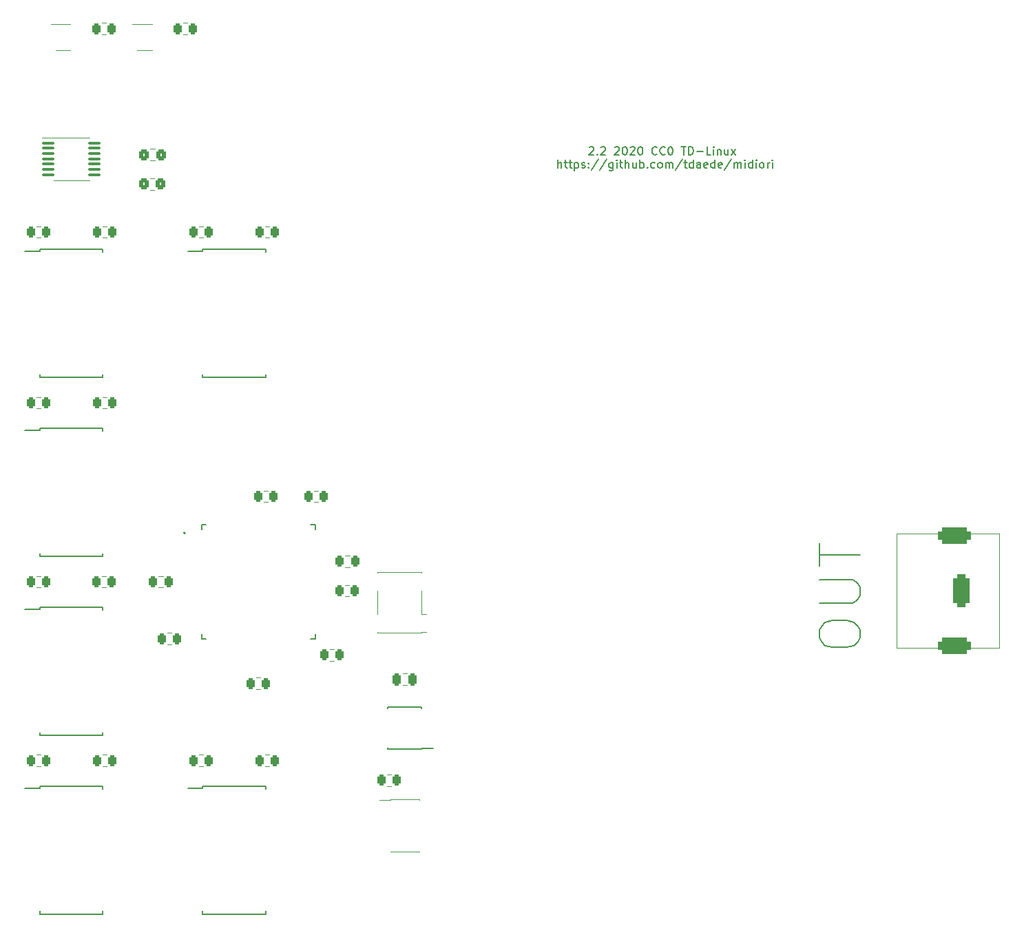
<source format=gbr>
%TF.GenerationSoftware,KiCad,Pcbnew,(6.0.4-0)*%
%TF.CreationDate,2022-10-03T08:54:47-06:00*%
%TF.ProjectId,midiori,6d696469-6f72-4692-9e6b-696361645f70,rev?*%
%TF.SameCoordinates,Original*%
%TF.FileFunction,Legend,Top*%
%TF.FilePolarity,Positive*%
%FSLAX46Y46*%
G04 Gerber Fmt 4.6, Leading zero omitted, Abs format (unit mm)*
G04 Created by KiCad (PCBNEW (6.0.4-0)) date 2022-10-03 08:54:47*
%MOMM*%
%LPD*%
G01*
G04 APERTURE LIST*
G04 Aperture macros list*
%AMRoundRect*
0 Rectangle with rounded corners*
0 $1 Rounding radius*
0 $2 $3 $4 $5 $6 $7 $8 $9 X,Y pos of 4 corners*
0 Add a 4 corners polygon primitive as box body*
4,1,4,$2,$3,$4,$5,$6,$7,$8,$9,$2,$3,0*
0 Add four circle primitives for the rounded corners*
1,1,$1+$1,$2,$3*
1,1,$1+$1,$4,$5*
1,1,$1+$1,$6,$7*
1,1,$1+$1,$8,$9*
0 Add four rect primitives between the rounded corners*
20,1,$1+$1,$2,$3,$4,$5,0*
20,1,$1+$1,$4,$5,$6,$7,0*
20,1,$1+$1,$6,$7,$8,$9,0*
20,1,$1+$1,$8,$9,$2,$3,0*%
G04 Aperture macros list end*
%ADD10C,0.150000*%
%ADD11C,0.120000*%
%ADD12C,0.127000*%
%ADD13C,0.200000*%
%ADD14C,0.100000*%
%ADD15R,2.000000X1.800000*%
%ADD16RoundRect,0.250000X-0.325000X-0.450000X0.325000X-0.450000X0.325000X0.450000X-0.325000X0.450000X0*%
%ADD17RoundRect,0.250000X0.325000X0.450000X-0.325000X0.450000X-0.325000X-0.450000X0.325000X-0.450000X0*%
%ADD18R,8.000000X1.800000*%
%ADD19RoundRect,0.250000X-0.250000X-0.475000X0.250000X-0.475000X0.250000X0.475000X-0.250000X0.475000X0*%
%ADD20R,2.000000X0.600000*%
%ADD21R,1.470000X0.280000*%
%ADD22R,0.280000X1.470000*%
%ADD23RoundRect,0.100000X-0.637500X-0.100000X0.637500X-0.100000X0.637500X0.100000X-0.637500X0.100000X0*%
%ADD24R,1.550000X0.600000*%
%ADD25R,1.060000X0.650000*%
%ADD26RoundRect,0.243750X-0.243750X-0.456250X0.243750X-0.456250X0.243750X0.456250X-0.243750X0.456250X0*%
%ADD27R,2.400000X0.740000*%
%ADD28RoundRect,0.243750X0.243750X0.456250X-0.243750X0.456250X-0.243750X-0.456250X0.243750X-0.456250X0*%
%ADD29C,6.400000*%
%ADD30RoundRect,0.500000X-0.500000X1.500000X-0.500000X-1.500000X0.500000X-1.500000X0.500000X1.500000X0*%
%ADD31RoundRect,0.500000X-1.500000X0.500000X-1.500000X-0.500000X1.500000X-0.500000X1.500000X0.500000X0*%
%ADD32C,1.500000*%
G04 APERTURE END LIST*
D10*
X162961904Y-128900000D02*
X162961904Y-127947619D01*
X163200000Y-127471428D01*
X163676190Y-126995238D01*
X164628571Y-126757142D01*
X166295238Y-126757142D01*
X167247619Y-126995238D01*
X167723809Y-127471428D01*
X167961904Y-127947619D01*
X167961904Y-128900000D01*
X167723809Y-129376190D01*
X167247619Y-129852380D01*
X166295238Y-130090476D01*
X164628571Y-130090476D01*
X163676190Y-129852380D01*
X163200000Y-129376190D01*
X162961904Y-128900000D01*
X162961904Y-124614285D02*
X167009523Y-124614285D01*
X167485714Y-124376190D01*
X167723809Y-124138095D01*
X167961904Y-123661904D01*
X167961904Y-122709523D01*
X167723809Y-122233333D01*
X167485714Y-121995238D01*
X167009523Y-121757142D01*
X162961904Y-121757142D01*
X162961904Y-120090476D02*
X162961904Y-117233333D01*
X167961904Y-118661904D02*
X162961904Y-118661904D01*
X134660857Y-68592619D02*
X134708476Y-68545000D01*
X134803714Y-68497380D01*
X135041809Y-68497380D01*
X135137047Y-68545000D01*
X135184666Y-68592619D01*
X135232285Y-68687857D01*
X135232285Y-68783095D01*
X135184666Y-68925952D01*
X134613238Y-69497380D01*
X135232285Y-69497380D01*
X135660857Y-69402142D02*
X135708476Y-69449761D01*
X135660857Y-69497380D01*
X135613238Y-69449761D01*
X135660857Y-69402142D01*
X135660857Y-69497380D01*
X136089428Y-68592619D02*
X136137047Y-68545000D01*
X136232285Y-68497380D01*
X136470380Y-68497380D01*
X136565619Y-68545000D01*
X136613238Y-68592619D01*
X136660857Y-68687857D01*
X136660857Y-68783095D01*
X136613238Y-68925952D01*
X136041809Y-69497380D01*
X136660857Y-69497380D01*
X137803714Y-68592619D02*
X137851333Y-68545000D01*
X137946571Y-68497380D01*
X138184666Y-68497380D01*
X138279904Y-68545000D01*
X138327523Y-68592619D01*
X138375142Y-68687857D01*
X138375142Y-68783095D01*
X138327523Y-68925952D01*
X137756095Y-69497380D01*
X138375142Y-69497380D01*
X138994190Y-68497380D02*
X139089428Y-68497380D01*
X139184666Y-68545000D01*
X139232285Y-68592619D01*
X139279904Y-68687857D01*
X139327523Y-68878333D01*
X139327523Y-69116428D01*
X139279904Y-69306904D01*
X139232285Y-69402142D01*
X139184666Y-69449761D01*
X139089428Y-69497380D01*
X138994190Y-69497380D01*
X138898952Y-69449761D01*
X138851333Y-69402142D01*
X138803714Y-69306904D01*
X138756095Y-69116428D01*
X138756095Y-68878333D01*
X138803714Y-68687857D01*
X138851333Y-68592619D01*
X138898952Y-68545000D01*
X138994190Y-68497380D01*
X139708476Y-68592619D02*
X139756095Y-68545000D01*
X139851333Y-68497380D01*
X140089428Y-68497380D01*
X140184666Y-68545000D01*
X140232285Y-68592619D01*
X140279904Y-68687857D01*
X140279904Y-68783095D01*
X140232285Y-68925952D01*
X139660857Y-69497380D01*
X140279904Y-69497380D01*
X140898952Y-68497380D02*
X140994190Y-68497380D01*
X141089428Y-68545000D01*
X141137047Y-68592619D01*
X141184666Y-68687857D01*
X141232285Y-68878333D01*
X141232285Y-69116428D01*
X141184666Y-69306904D01*
X141137047Y-69402142D01*
X141089428Y-69449761D01*
X140994190Y-69497380D01*
X140898952Y-69497380D01*
X140803714Y-69449761D01*
X140756095Y-69402142D01*
X140708476Y-69306904D01*
X140660857Y-69116428D01*
X140660857Y-68878333D01*
X140708476Y-68687857D01*
X140756095Y-68592619D01*
X140803714Y-68545000D01*
X140898952Y-68497380D01*
X142994190Y-69402142D02*
X142946571Y-69449761D01*
X142803714Y-69497380D01*
X142708476Y-69497380D01*
X142565619Y-69449761D01*
X142470380Y-69354523D01*
X142422761Y-69259285D01*
X142375142Y-69068809D01*
X142375142Y-68925952D01*
X142422761Y-68735476D01*
X142470380Y-68640238D01*
X142565619Y-68545000D01*
X142708476Y-68497380D01*
X142803714Y-68497380D01*
X142946571Y-68545000D01*
X142994190Y-68592619D01*
X143994190Y-69402142D02*
X143946571Y-69449761D01*
X143803714Y-69497380D01*
X143708476Y-69497380D01*
X143565619Y-69449761D01*
X143470380Y-69354523D01*
X143422761Y-69259285D01*
X143375142Y-69068809D01*
X143375142Y-68925952D01*
X143422761Y-68735476D01*
X143470380Y-68640238D01*
X143565619Y-68545000D01*
X143708476Y-68497380D01*
X143803714Y-68497380D01*
X143946571Y-68545000D01*
X143994190Y-68592619D01*
X144613238Y-68497380D02*
X144708476Y-68497380D01*
X144803714Y-68545000D01*
X144851333Y-68592619D01*
X144898952Y-68687857D01*
X144946571Y-68878333D01*
X144946571Y-69116428D01*
X144898952Y-69306904D01*
X144851333Y-69402142D01*
X144803714Y-69449761D01*
X144708476Y-69497380D01*
X144613238Y-69497380D01*
X144518000Y-69449761D01*
X144470380Y-69402142D01*
X144422761Y-69306904D01*
X144375142Y-69116428D01*
X144375142Y-68878333D01*
X144422761Y-68687857D01*
X144470380Y-68592619D01*
X144518000Y-68545000D01*
X144613238Y-68497380D01*
X145994190Y-68497380D02*
X146565619Y-68497380D01*
X146279904Y-69497380D02*
X146279904Y-68497380D01*
X146898952Y-69497380D02*
X146898952Y-68497380D01*
X147137047Y-68497380D01*
X147279904Y-68545000D01*
X147375142Y-68640238D01*
X147422761Y-68735476D01*
X147470380Y-68925952D01*
X147470380Y-69068809D01*
X147422761Y-69259285D01*
X147375142Y-69354523D01*
X147279904Y-69449761D01*
X147137047Y-69497380D01*
X146898952Y-69497380D01*
X147898952Y-69116428D02*
X148660857Y-69116428D01*
X149613238Y-69497380D02*
X149137047Y-69497380D01*
X149137047Y-68497380D01*
X149946571Y-69497380D02*
X149946571Y-68830714D01*
X149946571Y-68497380D02*
X149898952Y-68545000D01*
X149946571Y-68592619D01*
X149994190Y-68545000D01*
X149946571Y-68497380D01*
X149946571Y-68592619D01*
X150422761Y-68830714D02*
X150422761Y-69497380D01*
X150422761Y-68925952D02*
X150470380Y-68878333D01*
X150565619Y-68830714D01*
X150708476Y-68830714D01*
X150803714Y-68878333D01*
X150851333Y-68973571D01*
X150851333Y-69497380D01*
X151756095Y-68830714D02*
X151756095Y-69497380D01*
X151327523Y-68830714D02*
X151327523Y-69354523D01*
X151375142Y-69449761D01*
X151470380Y-69497380D01*
X151613238Y-69497380D01*
X151708476Y-69449761D01*
X151756095Y-69402142D01*
X152137047Y-69497380D02*
X152660857Y-68830714D01*
X152137047Y-68830714D02*
X152660857Y-69497380D01*
X130827523Y-71107380D02*
X130827523Y-70107380D01*
X131256095Y-71107380D02*
X131256095Y-70583571D01*
X131208476Y-70488333D01*
X131113238Y-70440714D01*
X130970380Y-70440714D01*
X130875142Y-70488333D01*
X130827523Y-70535952D01*
X131589428Y-70440714D02*
X131970380Y-70440714D01*
X131732285Y-70107380D02*
X131732285Y-70964523D01*
X131779904Y-71059761D01*
X131875142Y-71107380D01*
X131970380Y-71107380D01*
X132160857Y-70440714D02*
X132541809Y-70440714D01*
X132303714Y-70107380D02*
X132303714Y-70964523D01*
X132351333Y-71059761D01*
X132446571Y-71107380D01*
X132541809Y-71107380D01*
X132875142Y-70440714D02*
X132875142Y-71440714D01*
X132875142Y-70488333D02*
X132970380Y-70440714D01*
X133160857Y-70440714D01*
X133256095Y-70488333D01*
X133303714Y-70535952D01*
X133351333Y-70631190D01*
X133351333Y-70916904D01*
X133303714Y-71012142D01*
X133256095Y-71059761D01*
X133160857Y-71107380D01*
X132970380Y-71107380D01*
X132875142Y-71059761D01*
X133732285Y-71059761D02*
X133827523Y-71107380D01*
X134018000Y-71107380D01*
X134113238Y-71059761D01*
X134160857Y-70964523D01*
X134160857Y-70916904D01*
X134113238Y-70821666D01*
X134018000Y-70774047D01*
X133875142Y-70774047D01*
X133779904Y-70726428D01*
X133732285Y-70631190D01*
X133732285Y-70583571D01*
X133779904Y-70488333D01*
X133875142Y-70440714D01*
X134018000Y-70440714D01*
X134113238Y-70488333D01*
X134589428Y-71012142D02*
X134637047Y-71059761D01*
X134589428Y-71107380D01*
X134541809Y-71059761D01*
X134589428Y-71012142D01*
X134589428Y-71107380D01*
X134589428Y-70488333D02*
X134637047Y-70535952D01*
X134589428Y-70583571D01*
X134541809Y-70535952D01*
X134589428Y-70488333D01*
X134589428Y-70583571D01*
X135779904Y-70059761D02*
X134922761Y-71345476D01*
X136827523Y-70059761D02*
X135970380Y-71345476D01*
X137589428Y-70440714D02*
X137589428Y-71250238D01*
X137541809Y-71345476D01*
X137494190Y-71393095D01*
X137398952Y-71440714D01*
X137256095Y-71440714D01*
X137160857Y-71393095D01*
X137589428Y-71059761D02*
X137494190Y-71107380D01*
X137303714Y-71107380D01*
X137208476Y-71059761D01*
X137160857Y-71012142D01*
X137113238Y-70916904D01*
X137113238Y-70631190D01*
X137160857Y-70535952D01*
X137208476Y-70488333D01*
X137303714Y-70440714D01*
X137494190Y-70440714D01*
X137589428Y-70488333D01*
X138065619Y-71107380D02*
X138065619Y-70440714D01*
X138065619Y-70107380D02*
X138018000Y-70155000D01*
X138065619Y-70202619D01*
X138113238Y-70155000D01*
X138065619Y-70107380D01*
X138065619Y-70202619D01*
X138398952Y-70440714D02*
X138779904Y-70440714D01*
X138541809Y-70107380D02*
X138541809Y-70964523D01*
X138589428Y-71059761D01*
X138684666Y-71107380D01*
X138779904Y-71107380D01*
X139113238Y-71107380D02*
X139113238Y-70107380D01*
X139541809Y-71107380D02*
X139541809Y-70583571D01*
X139494190Y-70488333D01*
X139398952Y-70440714D01*
X139256095Y-70440714D01*
X139160857Y-70488333D01*
X139113238Y-70535952D01*
X140446571Y-70440714D02*
X140446571Y-71107380D01*
X140018000Y-70440714D02*
X140018000Y-70964523D01*
X140065619Y-71059761D01*
X140160857Y-71107380D01*
X140303714Y-71107380D01*
X140398952Y-71059761D01*
X140446571Y-71012142D01*
X140922761Y-71107380D02*
X140922761Y-70107380D01*
X140922761Y-70488333D02*
X141018000Y-70440714D01*
X141208476Y-70440714D01*
X141303714Y-70488333D01*
X141351333Y-70535952D01*
X141398952Y-70631190D01*
X141398952Y-70916904D01*
X141351333Y-71012142D01*
X141303714Y-71059761D01*
X141208476Y-71107380D01*
X141018000Y-71107380D01*
X140922761Y-71059761D01*
X141827523Y-71012142D02*
X141875142Y-71059761D01*
X141827523Y-71107380D01*
X141779904Y-71059761D01*
X141827523Y-71012142D01*
X141827523Y-71107380D01*
X142732285Y-71059761D02*
X142637047Y-71107380D01*
X142446571Y-71107380D01*
X142351333Y-71059761D01*
X142303714Y-71012142D01*
X142256095Y-70916904D01*
X142256095Y-70631190D01*
X142303714Y-70535952D01*
X142351333Y-70488333D01*
X142446571Y-70440714D01*
X142637047Y-70440714D01*
X142732285Y-70488333D01*
X143303714Y-71107380D02*
X143208476Y-71059761D01*
X143160857Y-71012142D01*
X143113238Y-70916904D01*
X143113238Y-70631190D01*
X143160857Y-70535952D01*
X143208476Y-70488333D01*
X143303714Y-70440714D01*
X143446571Y-70440714D01*
X143541809Y-70488333D01*
X143589428Y-70535952D01*
X143637047Y-70631190D01*
X143637047Y-70916904D01*
X143589428Y-71012142D01*
X143541809Y-71059761D01*
X143446571Y-71107380D01*
X143303714Y-71107380D01*
X144065619Y-71107380D02*
X144065619Y-70440714D01*
X144065619Y-70535952D02*
X144113238Y-70488333D01*
X144208476Y-70440714D01*
X144351333Y-70440714D01*
X144446571Y-70488333D01*
X144494190Y-70583571D01*
X144494190Y-71107380D01*
X144494190Y-70583571D02*
X144541809Y-70488333D01*
X144637047Y-70440714D01*
X144779904Y-70440714D01*
X144875142Y-70488333D01*
X144922761Y-70583571D01*
X144922761Y-71107380D01*
X146113238Y-70059761D02*
X145256095Y-71345476D01*
X146303714Y-70440714D02*
X146684666Y-70440714D01*
X146446571Y-70107380D02*
X146446571Y-70964523D01*
X146494190Y-71059761D01*
X146589428Y-71107380D01*
X146684666Y-71107380D01*
X147446571Y-71107380D02*
X147446571Y-70107380D01*
X147446571Y-71059761D02*
X147351333Y-71107380D01*
X147160857Y-71107380D01*
X147065619Y-71059761D01*
X147018000Y-71012142D01*
X146970380Y-70916904D01*
X146970380Y-70631190D01*
X147018000Y-70535952D01*
X147065619Y-70488333D01*
X147160857Y-70440714D01*
X147351333Y-70440714D01*
X147446571Y-70488333D01*
X148351333Y-71107380D02*
X148351333Y-70583571D01*
X148303714Y-70488333D01*
X148208476Y-70440714D01*
X148018000Y-70440714D01*
X147922761Y-70488333D01*
X148351333Y-71059761D02*
X148256095Y-71107380D01*
X148018000Y-71107380D01*
X147922761Y-71059761D01*
X147875142Y-70964523D01*
X147875142Y-70869285D01*
X147922761Y-70774047D01*
X148018000Y-70726428D01*
X148256095Y-70726428D01*
X148351333Y-70678809D01*
X149208476Y-71059761D02*
X149113238Y-71107380D01*
X148922761Y-71107380D01*
X148827523Y-71059761D01*
X148779904Y-70964523D01*
X148779904Y-70583571D01*
X148827523Y-70488333D01*
X148922761Y-70440714D01*
X149113238Y-70440714D01*
X149208476Y-70488333D01*
X149256095Y-70583571D01*
X149256095Y-70678809D01*
X148779904Y-70774047D01*
X150113238Y-71107380D02*
X150113238Y-70107380D01*
X150113238Y-71059761D02*
X150018000Y-71107380D01*
X149827523Y-71107380D01*
X149732285Y-71059761D01*
X149684666Y-71012142D01*
X149637047Y-70916904D01*
X149637047Y-70631190D01*
X149684666Y-70535952D01*
X149732285Y-70488333D01*
X149827523Y-70440714D01*
X150018000Y-70440714D01*
X150113238Y-70488333D01*
X150970380Y-71059761D02*
X150875142Y-71107380D01*
X150684666Y-71107380D01*
X150589428Y-71059761D01*
X150541809Y-70964523D01*
X150541809Y-70583571D01*
X150589428Y-70488333D01*
X150684666Y-70440714D01*
X150875142Y-70440714D01*
X150970380Y-70488333D01*
X151018000Y-70583571D01*
X151018000Y-70678809D01*
X150541809Y-70774047D01*
X152160857Y-70059761D02*
X151303714Y-71345476D01*
X152494190Y-71107380D02*
X152494190Y-70440714D01*
X152494190Y-70535952D02*
X152541809Y-70488333D01*
X152637047Y-70440714D01*
X152779904Y-70440714D01*
X152875142Y-70488333D01*
X152922761Y-70583571D01*
X152922761Y-71107380D01*
X152922761Y-70583571D02*
X152970380Y-70488333D01*
X153065619Y-70440714D01*
X153208476Y-70440714D01*
X153303714Y-70488333D01*
X153351333Y-70583571D01*
X153351333Y-71107380D01*
X153827523Y-71107380D02*
X153827523Y-70440714D01*
X153827523Y-70107380D02*
X153779904Y-70155000D01*
X153827523Y-70202619D01*
X153875142Y-70155000D01*
X153827523Y-70107380D01*
X153827523Y-70202619D01*
X154732285Y-71107380D02*
X154732285Y-70107380D01*
X154732285Y-71059761D02*
X154637047Y-71107380D01*
X154446571Y-71107380D01*
X154351333Y-71059761D01*
X154303714Y-71012142D01*
X154256095Y-70916904D01*
X154256095Y-70631190D01*
X154303714Y-70535952D01*
X154351333Y-70488333D01*
X154446571Y-70440714D01*
X154637047Y-70440714D01*
X154732285Y-70488333D01*
X155208476Y-71107380D02*
X155208476Y-70440714D01*
X155208476Y-70107380D02*
X155160857Y-70155000D01*
X155208476Y-70202619D01*
X155256095Y-70155000D01*
X155208476Y-70107380D01*
X155208476Y-70202619D01*
X155827523Y-71107380D02*
X155732285Y-71059761D01*
X155684666Y-71012142D01*
X155637047Y-70916904D01*
X155637047Y-70631190D01*
X155684666Y-70535952D01*
X155732285Y-70488333D01*
X155827523Y-70440714D01*
X155970380Y-70440714D01*
X156065619Y-70488333D01*
X156113238Y-70535952D01*
X156160857Y-70631190D01*
X156160857Y-70916904D01*
X156113238Y-71012142D01*
X156065619Y-71059761D01*
X155970380Y-71107380D01*
X155827523Y-71107380D01*
X156589428Y-71107380D02*
X156589428Y-70440714D01*
X156589428Y-70631190D02*
X156637047Y-70535952D01*
X156684666Y-70488333D01*
X156779904Y-70440714D01*
X156875142Y-70440714D01*
X157208476Y-71107380D02*
X157208476Y-70440714D01*
X157208476Y-70107380D02*
X157160857Y-70155000D01*
X157208476Y-70202619D01*
X157256095Y-70155000D01*
X157208476Y-70107380D01*
X157208476Y-70202619D01*
D11*
%TO.C,X1*%
X114040000Y-125990000D02*
X114640000Y-125990000D01*
X108640000Y-128250000D02*
X108640000Y-128190000D01*
X114040000Y-128250000D02*
X108640000Y-128250000D01*
X114040000Y-120850000D02*
X114040000Y-120910000D01*
X114040000Y-128190000D02*
X114040000Y-128250000D01*
X108640000Y-120850000D02*
X114040000Y-120850000D01*
X114640000Y-128190000D02*
X114040000Y-128190000D01*
X114040000Y-123110000D02*
X114040000Y-125990000D01*
X108640000Y-120910000D02*
X108640000Y-120850000D01*
X108640000Y-125990000D02*
X108640000Y-123110000D01*
%TO.C,R6*%
X80713748Y-68790000D02*
X81236252Y-68790000D01*
X80713748Y-70210000D02*
X81236252Y-70210000D01*
%TO.C,R9*%
X81231252Y-72370000D02*
X80708748Y-72370000D01*
X81231252Y-73790000D02*
X80708748Y-73790000D01*
%TO.C,C8*%
X111713748Y-134735000D02*
X112236252Y-134735000D01*
X111713748Y-133265000D02*
X112236252Y-133265000D01*
D10*
%TO.C,U4*%
X87125000Y-162875000D02*
X87125000Y-162510000D01*
X87125000Y-147400000D02*
X85300000Y-147400000D01*
X87125000Y-147125000D02*
X94875000Y-147125000D01*
X94875000Y-147125000D02*
X94875000Y-147490000D01*
X94875000Y-162875000D02*
X94875000Y-162510000D01*
X87125000Y-147125000D02*
X87125000Y-147400000D01*
X87125000Y-162875000D02*
X94875000Y-162875000D01*
%TO.C,U5*%
X74875000Y-140875000D02*
X74875000Y-140510000D01*
X74875000Y-125125000D02*
X74875000Y-125490000D01*
X67125000Y-125125000D02*
X74875000Y-125125000D01*
X67125000Y-125400000D02*
X65300000Y-125400000D01*
X67125000Y-125125000D02*
X67125000Y-125400000D01*
X67125000Y-140875000D02*
X74875000Y-140875000D01*
X67125000Y-140875000D02*
X67125000Y-140510000D01*
%TO.C,U6*%
X87125000Y-81400000D02*
X85300000Y-81400000D01*
X87125000Y-96875000D02*
X87125000Y-96510000D01*
X94875000Y-81125000D02*
X94875000Y-81490000D01*
X87125000Y-96875000D02*
X94875000Y-96875000D01*
X87125000Y-81125000D02*
X94875000Y-81125000D01*
X94875000Y-96875000D02*
X94875000Y-96510000D01*
X87125000Y-81125000D02*
X87125000Y-81400000D01*
%TO.C,U7*%
X74875000Y-147125000D02*
X74875000Y-147490000D01*
X67125000Y-162875000D02*
X74875000Y-162875000D01*
X67125000Y-147125000D02*
X74875000Y-147125000D01*
X67125000Y-162875000D02*
X67125000Y-162510000D01*
X74875000Y-162875000D02*
X74875000Y-162510000D01*
X67125000Y-147125000D02*
X67125000Y-147400000D01*
X67125000Y-147400000D02*
X65300000Y-147400000D01*
%TO.C,U9*%
X67125000Y-81125000D02*
X74875000Y-81125000D01*
X67125000Y-81125000D02*
X67125000Y-81400000D01*
X67125000Y-96875000D02*
X74875000Y-96875000D01*
X67125000Y-81400000D02*
X65300000Y-81400000D01*
X74875000Y-81125000D02*
X74875000Y-81490000D01*
X74875000Y-96875000D02*
X74875000Y-96510000D01*
X67125000Y-96875000D02*
X67125000Y-96510000D01*
D12*
%TO.C,U10*%
X100437000Y-129000000D02*
X101000000Y-129000000D01*
X100437000Y-115000000D02*
X101000000Y-115000000D01*
X101000000Y-129000000D02*
X101000000Y-128437000D01*
X87000000Y-128437000D02*
X87000000Y-129000000D01*
X87000000Y-129000000D02*
X87563000Y-129000000D01*
X101000000Y-115000000D02*
X101000000Y-115563000D01*
X87000000Y-115000000D02*
X87563000Y-115000000D01*
X87000000Y-115563000D02*
X87000000Y-115000000D01*
D13*
X85000000Y-116000000D02*
G75*
G03*
X85000000Y-116000000I-100000J0D01*
G01*
D11*
%TO.C,U1*%
X71000000Y-67390000D02*
X67400000Y-67390000D01*
X71000000Y-67390000D02*
X73200000Y-67390000D01*
X71000000Y-72610000D02*
X73200000Y-72610000D01*
X71000000Y-72610000D02*
X68800000Y-72610000D01*
D10*
%TO.C,U8*%
X74875000Y-103125000D02*
X74875000Y-103490000D01*
X67125000Y-103125000D02*
X67125000Y-103400000D01*
X67125000Y-118875000D02*
X74875000Y-118875000D01*
X67125000Y-103400000D02*
X65300000Y-103400000D01*
X67125000Y-118875000D02*
X67125000Y-118510000D01*
X74875000Y-118875000D02*
X74875000Y-118510000D01*
X67125000Y-103125000D02*
X74875000Y-103125000D01*
%TO.C,U2*%
X114075000Y-142525000D02*
X115475000Y-142525000D01*
X114075000Y-137425000D02*
X114075000Y-137570000D01*
X114075000Y-142575000D02*
X114075000Y-142525000D01*
X114075000Y-142575000D02*
X109925000Y-142575000D01*
X114075000Y-137425000D02*
X109925000Y-137425000D01*
X109925000Y-137425000D02*
X109925000Y-137570000D01*
X109925000Y-142575000D02*
X109925000Y-142430000D01*
D11*
%TO.C,U11*%
X69100000Y-56610000D02*
X70900000Y-56610000D01*
X70900000Y-53390000D02*
X68450000Y-53390000D01*
%TO.C,C1*%
X74741422Y-53290000D02*
X75258578Y-53290000D01*
X74741422Y-54710000D02*
X75258578Y-54710000D01*
%TO.C,C2*%
X84741422Y-54710000D02*
X85258578Y-54710000D01*
X84741422Y-53290000D02*
X85258578Y-53290000D01*
%TO.C,J2*%
X110235000Y-148765000D02*
X113765000Y-148765000D01*
X110235000Y-155170000D02*
X110235000Y-155235000D01*
X110235000Y-148765000D02*
X110235000Y-148830000D01*
X113765000Y-155170000D02*
X113765000Y-155235000D01*
X113765000Y-148765000D02*
X113765000Y-148830000D01*
X108910000Y-148830000D02*
X110235000Y-148830000D01*
X110235000Y-155235000D02*
X113765000Y-155235000D01*
%TO.C,U3*%
X80900000Y-53390000D02*
X78450000Y-53390000D01*
X79100000Y-56610000D02*
X80900000Y-56610000D01*
%TO.C,C4*%
X66678922Y-121290000D02*
X67196078Y-121290000D01*
X66678922Y-122710000D02*
X67196078Y-122710000D01*
%TO.C,C5*%
X95321078Y-79710000D02*
X94803922Y-79710000D01*
X95321078Y-78290000D02*
X94803922Y-78290000D01*
%TO.C,C6*%
X86678922Y-143290000D02*
X87196078Y-143290000D01*
X86678922Y-144710000D02*
X87196078Y-144710000D01*
%TO.C,C7*%
X75321078Y-143290000D02*
X74803922Y-143290000D01*
X75321078Y-144710000D02*
X74803922Y-144710000D01*
%TO.C,C9*%
X86678922Y-79710000D02*
X87196078Y-79710000D01*
X86678922Y-78290000D02*
X87196078Y-78290000D01*
%TO.C,C12*%
X75258578Y-121290000D02*
X74741422Y-121290000D01*
X75258578Y-122710000D02*
X74741422Y-122710000D01*
%TO.C,C13*%
X66678922Y-79710000D02*
X67196078Y-79710000D01*
X66678922Y-78290000D02*
X67196078Y-78290000D01*
%TO.C,C14*%
X75321078Y-79710000D02*
X74803922Y-79710000D01*
X75321078Y-78290000D02*
X74803922Y-78290000D01*
%TO.C,C15*%
X66741422Y-143290000D02*
X67258578Y-143290000D01*
X66741422Y-144710000D02*
X67258578Y-144710000D01*
%TO.C,C17*%
X75321078Y-100710000D02*
X74803922Y-100710000D01*
X75321078Y-99290000D02*
X74803922Y-99290000D01*
%TO.C,C18*%
X100803922Y-110790000D02*
X101321078Y-110790000D01*
X100803922Y-112210000D02*
X101321078Y-112210000D01*
%TO.C,C20*%
X93741422Y-135210000D02*
X94258578Y-135210000D01*
X93741422Y-133790000D02*
X94258578Y-133790000D01*
%TO.C,C22*%
X104661422Y-123810000D02*
X105178578Y-123810000D01*
X104661422Y-122390000D02*
X105178578Y-122390000D01*
%TO.C,C23*%
X83321078Y-128290000D02*
X82803922Y-128290000D01*
X83321078Y-129710000D02*
X82803922Y-129710000D01*
%TO.C,C11*%
X66678922Y-100710000D02*
X67196078Y-100710000D01*
X66678922Y-99290000D02*
X67196078Y-99290000D01*
%TO.C,C21*%
X95321078Y-144710000D02*
X94803922Y-144710000D01*
X95321078Y-143290000D02*
X94803922Y-143290000D01*
%TO.C,C16*%
X82258578Y-121290000D02*
X81741422Y-121290000D01*
X82258578Y-122710000D02*
X81741422Y-122710000D01*
%TO.C,R3*%
X110296078Y-147110000D02*
X109778922Y-147110000D01*
X110296078Y-145690000D02*
X109778922Y-145690000D01*
%TO.C,C19*%
X102741422Y-131710000D02*
X103258578Y-131710000D01*
X102741422Y-130290000D02*
X103258578Y-130290000D01*
%TO.C,C10*%
X94678922Y-112210000D02*
X95196078Y-112210000D01*
X94678922Y-110790000D02*
X95196078Y-110790000D01*
%TO.C,C3*%
X104678922Y-120210000D02*
X105196078Y-120210000D01*
X104678922Y-118790000D02*
X105196078Y-118790000D01*
%TO.C,J4*%
X185100000Y-116100000D02*
X172500000Y-116100000D01*
X185100000Y-130100000D02*
X185100000Y-116100000D01*
X172500000Y-116100000D02*
X172500000Y-130100000D01*
X172500000Y-130100000D02*
X185100000Y-130100000D01*
%TD*%
%LPC*%
D14*
G36*
X54000000Y-175000000D02*
G01*
X44000000Y-175000000D01*
X44000000Y-47000000D01*
X54000000Y-47000000D01*
X54000000Y-175000000D01*
G37*
X54000000Y-175000000D02*
X44000000Y-175000000D01*
X44000000Y-47000000D01*
X54000000Y-47000000D01*
X54000000Y-175000000D01*
D15*
%TO.C,X1*%
X113440000Y-127090000D03*
X113440000Y-122010000D03*
X109240000Y-122010000D03*
X109240000Y-127090000D03*
%TD*%
D16*
%TO.C,R6*%
X79950000Y-69500000D03*
X82000000Y-69500000D03*
%TD*%
D17*
%TO.C,R9*%
X81995000Y-73080000D03*
X79945000Y-73080000D03*
%TD*%
D18*
%TO.C,J1*%
X50000000Y-173460000D03*
X50000000Y-170920000D03*
X50000000Y-168380000D03*
X50000000Y-165840000D03*
X50000000Y-163300000D03*
X50000000Y-160760000D03*
X50000000Y-158220000D03*
X50000000Y-155680000D03*
X50000000Y-153140000D03*
X50000000Y-150600000D03*
X50000000Y-148060000D03*
X50000000Y-145520000D03*
X50000000Y-142980000D03*
X50000000Y-140440000D03*
X50000000Y-137900000D03*
X50000000Y-135360000D03*
X50000000Y-132820000D03*
X50000000Y-130280000D03*
X50000000Y-127740000D03*
X50000000Y-125200000D03*
X50000000Y-122660000D03*
X50000000Y-120120000D03*
X50000000Y-117580000D03*
X50000000Y-115040000D03*
X50000000Y-112500000D03*
X50000000Y-109960000D03*
X50000000Y-107420000D03*
X50000000Y-104880000D03*
X50000000Y-102340000D03*
X50000000Y-99800000D03*
X50000000Y-97260000D03*
X50000000Y-94720000D03*
X50000000Y-92180000D03*
X50000000Y-89640000D03*
X50000000Y-87100000D03*
X50000000Y-84560000D03*
X50000000Y-82020000D03*
X50000000Y-79480000D03*
X50000000Y-76940000D03*
X50000000Y-74400000D03*
X50000000Y-71860000D03*
X50000000Y-69320000D03*
X50000000Y-66780000D03*
X50000000Y-64240000D03*
X50000000Y-61700000D03*
X50000000Y-59160000D03*
X50000000Y-56620000D03*
X50000000Y-54080000D03*
X50000000Y-51540000D03*
X50000000Y-49000000D03*
%TD*%
D19*
%TO.C,C8*%
X111025000Y-134000000D03*
X112925000Y-134000000D03*
%TD*%
D20*
%TO.C,U4*%
X86300000Y-148015000D03*
X86300000Y-149285000D03*
X86300000Y-150555000D03*
X86300000Y-151825000D03*
X86300000Y-153095000D03*
X86300000Y-154365000D03*
X86300000Y-155635000D03*
X86300000Y-156905000D03*
X86300000Y-158175000D03*
X86300000Y-159445000D03*
X86300000Y-160715000D03*
X86300000Y-161985000D03*
X95700000Y-161985000D03*
X95700000Y-160715000D03*
X95700000Y-159445000D03*
X95700000Y-158175000D03*
X95700000Y-156905000D03*
X95700000Y-155635000D03*
X95700000Y-154365000D03*
X95700000Y-153095000D03*
X95700000Y-151825000D03*
X95700000Y-150555000D03*
X95700000Y-149285000D03*
X95700000Y-148015000D03*
%TD*%
%TO.C,U5*%
X66300000Y-126015000D03*
X66300000Y-127285000D03*
X66300000Y-128555000D03*
X66300000Y-129825000D03*
X66300000Y-131095000D03*
X66300000Y-132365000D03*
X66300000Y-133635000D03*
X66300000Y-134905000D03*
X66300000Y-136175000D03*
X66300000Y-137445000D03*
X66300000Y-138715000D03*
X66300000Y-139985000D03*
X75700000Y-139985000D03*
X75700000Y-138715000D03*
X75700000Y-137445000D03*
X75700000Y-136175000D03*
X75700000Y-134905000D03*
X75700000Y-133635000D03*
X75700000Y-132365000D03*
X75700000Y-131095000D03*
X75700000Y-129825000D03*
X75700000Y-128555000D03*
X75700000Y-127285000D03*
X75700000Y-126015000D03*
%TD*%
%TO.C,U6*%
X86300000Y-82015000D03*
X86300000Y-83285000D03*
X86300000Y-84555000D03*
X86300000Y-85825000D03*
X86300000Y-87095000D03*
X86300000Y-88365000D03*
X86300000Y-89635000D03*
X86300000Y-90905000D03*
X86300000Y-92175000D03*
X86300000Y-93445000D03*
X86300000Y-94715000D03*
X86300000Y-95985000D03*
X95700000Y-95985000D03*
X95700000Y-94715000D03*
X95700000Y-93445000D03*
X95700000Y-92175000D03*
X95700000Y-90905000D03*
X95700000Y-89635000D03*
X95700000Y-88365000D03*
X95700000Y-87095000D03*
X95700000Y-85825000D03*
X95700000Y-84555000D03*
X95700000Y-83285000D03*
X95700000Y-82015000D03*
%TD*%
%TO.C,U7*%
X66300000Y-148015000D03*
X66300000Y-149285000D03*
X66300000Y-150555000D03*
X66300000Y-151825000D03*
X66300000Y-153095000D03*
X66300000Y-154365000D03*
X66300000Y-155635000D03*
X66300000Y-156905000D03*
X66300000Y-158175000D03*
X66300000Y-159445000D03*
X66300000Y-160715000D03*
X66300000Y-161985000D03*
X75700000Y-161985000D03*
X75700000Y-160715000D03*
X75700000Y-159445000D03*
X75700000Y-158175000D03*
X75700000Y-156905000D03*
X75700000Y-155635000D03*
X75700000Y-154365000D03*
X75700000Y-153095000D03*
X75700000Y-151825000D03*
X75700000Y-150555000D03*
X75700000Y-149285000D03*
X75700000Y-148015000D03*
%TD*%
%TO.C,U9*%
X66300000Y-82015000D03*
X66300000Y-83285000D03*
X66300000Y-84555000D03*
X66300000Y-85825000D03*
X66300000Y-87095000D03*
X66300000Y-88365000D03*
X66300000Y-89635000D03*
X66300000Y-90905000D03*
X66300000Y-92175000D03*
X66300000Y-93445000D03*
X66300000Y-94715000D03*
X66300000Y-95985000D03*
X75700000Y-95985000D03*
X75700000Y-94715000D03*
X75700000Y-93445000D03*
X75700000Y-92175000D03*
X75700000Y-90905000D03*
X75700000Y-89635000D03*
X75700000Y-88365000D03*
X75700000Y-87095000D03*
X75700000Y-85825000D03*
X75700000Y-84555000D03*
X75700000Y-83285000D03*
X75700000Y-82015000D03*
%TD*%
D21*
%TO.C,U10*%
X86330000Y-116000000D03*
X86330000Y-116500000D03*
X86330000Y-117000000D03*
X86330000Y-117500000D03*
X86330000Y-118000000D03*
X86330000Y-118500000D03*
X86330000Y-119000000D03*
X86330000Y-119500000D03*
X86330000Y-120000000D03*
X86330000Y-120500000D03*
X86330000Y-121000000D03*
X86330000Y-121500000D03*
X86330000Y-122000000D03*
X86330000Y-122500000D03*
X86330000Y-123000000D03*
X86330000Y-123500000D03*
X86330000Y-124000000D03*
X86330000Y-124500000D03*
X86330000Y-125000000D03*
X86330000Y-125500000D03*
X86330000Y-126000000D03*
X86330000Y-126500000D03*
X86330000Y-127000000D03*
X86330000Y-127500000D03*
X86330000Y-128000000D03*
D22*
X88000000Y-129670000D03*
X88500000Y-129670000D03*
X89000000Y-129670000D03*
X89500000Y-129670000D03*
X90000000Y-129670000D03*
X90500000Y-129670000D03*
X91000000Y-129670000D03*
X91500000Y-129670000D03*
X92000000Y-129670000D03*
X92500000Y-129670000D03*
X93000000Y-129670000D03*
X93500000Y-129670000D03*
X94000000Y-129670000D03*
X94500000Y-129670000D03*
X95000000Y-129670000D03*
X95500000Y-129670000D03*
X96000000Y-129670000D03*
X96500000Y-129670000D03*
X97000000Y-129670000D03*
X97500000Y-129670000D03*
X98000000Y-129670000D03*
X98500000Y-129670000D03*
X99000000Y-129670000D03*
X99500000Y-129670000D03*
X100000000Y-129670000D03*
D21*
X101670000Y-128000000D03*
X101670000Y-127500000D03*
X101670000Y-127000000D03*
X101670000Y-126500000D03*
X101670000Y-126000000D03*
X101670000Y-125500000D03*
X101670000Y-125000000D03*
X101670000Y-124500000D03*
X101670000Y-124000000D03*
X101670000Y-123500000D03*
X101670000Y-123000000D03*
X101670000Y-122500000D03*
X101670000Y-122000000D03*
X101670000Y-121500000D03*
X101670000Y-121000000D03*
X101670000Y-120500000D03*
X101670000Y-120000000D03*
X101670000Y-119500000D03*
X101670000Y-119000000D03*
X101670000Y-118500000D03*
X101670000Y-118000000D03*
X101670000Y-117500000D03*
X101670000Y-117000000D03*
X101670000Y-116500000D03*
X101670000Y-116000000D03*
D22*
X100000000Y-114330000D03*
X99500000Y-114330000D03*
X99000000Y-114330000D03*
X98500000Y-114330000D03*
X98000000Y-114330000D03*
X97500000Y-114330000D03*
X97000000Y-114330000D03*
X96500000Y-114330000D03*
X96000000Y-114330000D03*
X95500000Y-114330000D03*
X95000000Y-114330000D03*
X94500000Y-114330000D03*
X94000000Y-114330000D03*
X93500000Y-114330000D03*
X93000000Y-114330000D03*
X92500000Y-114330000D03*
X92000000Y-114330000D03*
X91500000Y-114330000D03*
X91000000Y-114330000D03*
X90500000Y-114330000D03*
X90000000Y-114330000D03*
X89500000Y-114330000D03*
X89000000Y-114330000D03*
X88500000Y-114330000D03*
X88000000Y-114330000D03*
%TD*%
D23*
%TO.C,U1*%
X68137500Y-68050000D03*
X68137500Y-68700000D03*
X68137500Y-69350000D03*
X68137500Y-70000000D03*
X68137500Y-70650000D03*
X68137500Y-71300000D03*
X68137500Y-71950000D03*
X73862500Y-71950000D03*
X73862500Y-71300000D03*
X73862500Y-70650000D03*
X73862500Y-70000000D03*
X73862500Y-69350000D03*
X73862500Y-68700000D03*
X73862500Y-68050000D03*
%TD*%
D20*
%TO.C,U8*%
X66300000Y-104015000D03*
X66300000Y-105285000D03*
X66300000Y-106555000D03*
X66300000Y-107825000D03*
X66300000Y-109095000D03*
X66300000Y-110365000D03*
X66300000Y-111635000D03*
X66300000Y-112905000D03*
X66300000Y-114175000D03*
X66300000Y-115445000D03*
X66300000Y-116715000D03*
X66300000Y-117985000D03*
X75700000Y-117985000D03*
X75700000Y-116715000D03*
X75700000Y-115445000D03*
X75700000Y-114175000D03*
X75700000Y-112905000D03*
X75700000Y-111635000D03*
X75700000Y-110365000D03*
X75700000Y-109095000D03*
X75700000Y-107825000D03*
X75700000Y-106555000D03*
X75700000Y-105285000D03*
X75700000Y-104015000D03*
%TD*%
D24*
%TO.C,U2*%
X114700000Y-141905000D03*
X114700000Y-140635000D03*
X114700000Y-139365000D03*
X114700000Y-138095000D03*
X109300000Y-138095000D03*
X109300000Y-139365000D03*
X109300000Y-140635000D03*
X109300000Y-141905000D03*
%TD*%
D25*
%TO.C,U11*%
X68900000Y-54050000D03*
X68900000Y-55000000D03*
X68900000Y-55950000D03*
X71100000Y-55950000D03*
X71100000Y-54050000D03*
%TD*%
D26*
%TO.C,C1*%
X74062500Y-54000000D03*
X75937500Y-54000000D03*
%TD*%
%TO.C,C2*%
X84062500Y-54000000D03*
X85937500Y-54000000D03*
%TD*%
D27*
%TO.C,J2*%
X110050000Y-149460000D03*
X113950000Y-149460000D03*
X110050000Y-150730000D03*
X113950000Y-150730000D03*
X110050000Y-152000000D03*
X113950000Y-152000000D03*
X110050000Y-153270000D03*
X113950000Y-153270000D03*
X110050000Y-154540000D03*
X113950000Y-154540000D03*
%TD*%
D25*
%TO.C,U3*%
X78900000Y-54050000D03*
X78900000Y-55000000D03*
X78900000Y-55950000D03*
X81100000Y-55950000D03*
X81100000Y-54050000D03*
%TD*%
D26*
%TO.C,C4*%
X66000000Y-122000000D03*
X67875000Y-122000000D03*
%TD*%
D28*
%TO.C,C5*%
X96000000Y-79000000D03*
X94125000Y-79000000D03*
%TD*%
D26*
%TO.C,C6*%
X86000000Y-144000000D03*
X87875000Y-144000000D03*
%TD*%
D28*
%TO.C,C7*%
X76000000Y-144000000D03*
X74125000Y-144000000D03*
%TD*%
D26*
%TO.C,C9*%
X86000000Y-79000000D03*
X87875000Y-79000000D03*
%TD*%
D28*
%TO.C,C12*%
X75937500Y-122000000D03*
X74062500Y-122000000D03*
%TD*%
D26*
%TO.C,C13*%
X66000000Y-79000000D03*
X67875000Y-79000000D03*
%TD*%
D28*
%TO.C,C14*%
X76000000Y-79000000D03*
X74125000Y-79000000D03*
%TD*%
D26*
%TO.C,C15*%
X66062500Y-144000000D03*
X67937500Y-144000000D03*
%TD*%
D28*
%TO.C,C17*%
X76000000Y-100000000D03*
X74125000Y-100000000D03*
%TD*%
D26*
%TO.C,C18*%
X100125000Y-111500000D03*
X102000000Y-111500000D03*
%TD*%
%TO.C,C20*%
X93062500Y-134500000D03*
X94937500Y-134500000D03*
%TD*%
%TO.C,C22*%
X103982500Y-123100000D03*
X105857500Y-123100000D03*
%TD*%
D28*
%TO.C,C23*%
X84000000Y-129000000D03*
X82125000Y-129000000D03*
%TD*%
D26*
%TO.C,C11*%
X66000000Y-100000000D03*
X67875000Y-100000000D03*
%TD*%
D28*
%TO.C,C21*%
X96000000Y-144000000D03*
X94125000Y-144000000D03*
%TD*%
%TO.C,C16*%
X82937500Y-122000000D03*
X81062500Y-122000000D03*
%TD*%
%TO.C,R3*%
X110975000Y-146400000D03*
X109100000Y-146400000D03*
%TD*%
D26*
%TO.C,C19*%
X102062500Y-131000000D03*
X103937500Y-131000000D03*
%TD*%
%TO.C,C10*%
X94000000Y-111500000D03*
X95875000Y-111500000D03*
%TD*%
%TO.C,C3*%
X104000000Y-119500000D03*
X105875000Y-119500000D03*
%TD*%
D29*
%TO.C,H2*%
X181000000Y-182000000D03*
%TD*%
%TO.C,H1*%
X181000000Y-46000000D03*
%TD*%
D30*
%TO.C,J4*%
X180400000Y-123100000D03*
D31*
X179600000Y-116350000D03*
X179600000Y-129850000D03*
D32*
X176600000Y-121800000D03*
X176600000Y-119700000D03*
X176600000Y-126500000D03*
X174100000Y-119700000D03*
X174100000Y-126500000D03*
%TD*%
M02*

</source>
